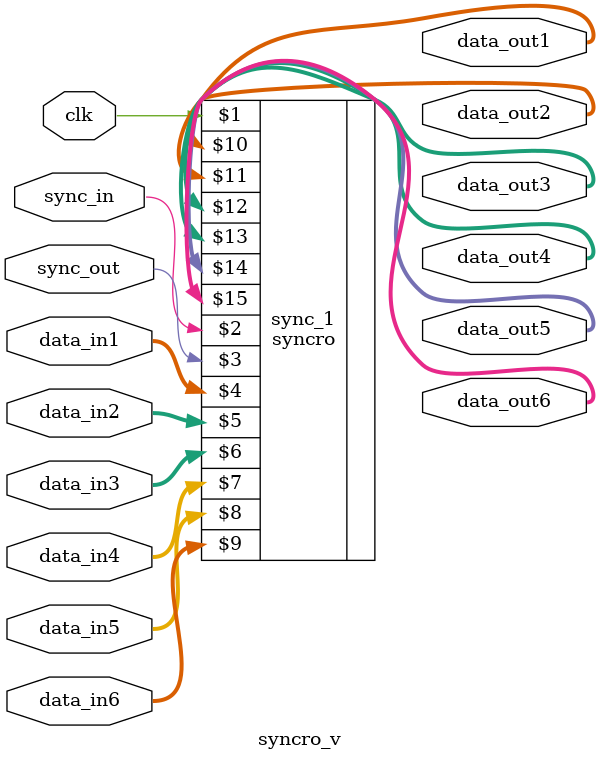
<source format=v>
`timescale 1ns / 1ps

module syncro_v( 
	clk, 
    sync_in,
    sync_out,
    data_in1,
    data_in2,
    data_in3,
    data_in4,
    data_in5,
    data_in6,
    data_out1,
    data_out2,
    data_out3,
    data_out4,
    data_out5,
    data_out6
    );

// Entradas
input wire clk;
input wire sync_in;
input wire sync_out;
input wire [15:0] data_in1;
input wire [2:0] data_in2;
input wire [15:0] data_in3;
input wire [15:0] data_in4;
input wire [15:0] data_in5;
input wire [9:0] data_in6;

// Salidas
output wire [15:0] data_out1;
output wire [2:0] data_out2;
output wire [15:0] data_out3;
output wire [15:0] data_out4;
output wire [15:0] data_out5;
output wire [9:0] data_out6;
//////////////////////////////////////////////////////////////////// Módulo ///////////////////////////////////////////////////////////////////

syncro sync_1( 
	clk, 
    sync_in,
    sync_out,
    data_in1,
    data_in2,
    data_in3,
    data_in4,
    data_in5,
    data_in6,
    data_out1,
    data_out2,
    data_out3,
    data_out4,
    data_out5,
    data_out6
    );
	


endmodule

</source>
